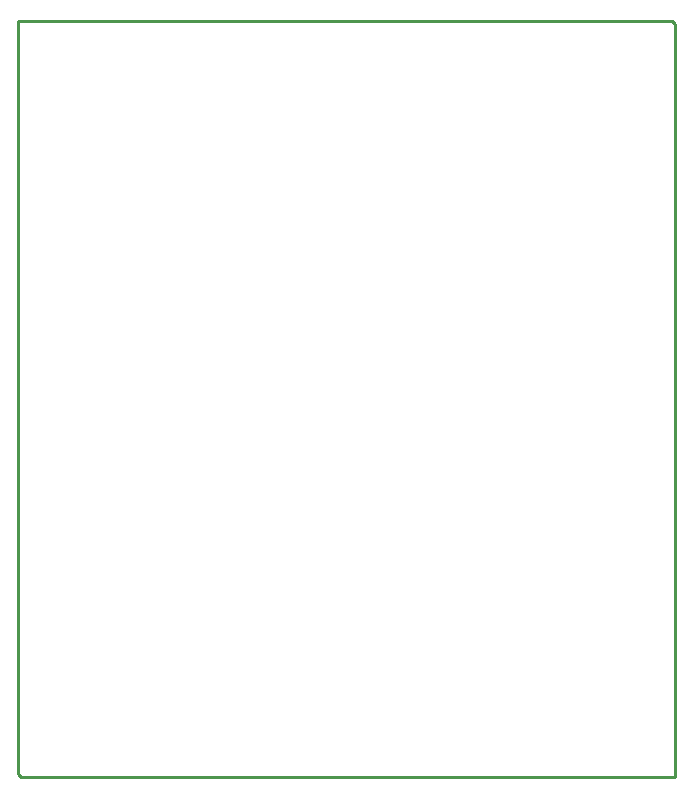
<source format=gm1>
G04 Layer_Color=16711935*
%FSLAX25Y25*%
%MOIN*%
G70*
G01*
G75*
%ADD17C,0.01000*%
D17*
X102500Y249000D02*
Y496000D01*
Y249000D02*
X103500Y248000D01*
X321500D01*
Y499000D01*
X320500Y500000D02*
X321500Y499000D01*
X102500Y500000D02*
X320500D01*
X102500Y495000D02*
Y500000D01*
M02*

</source>
